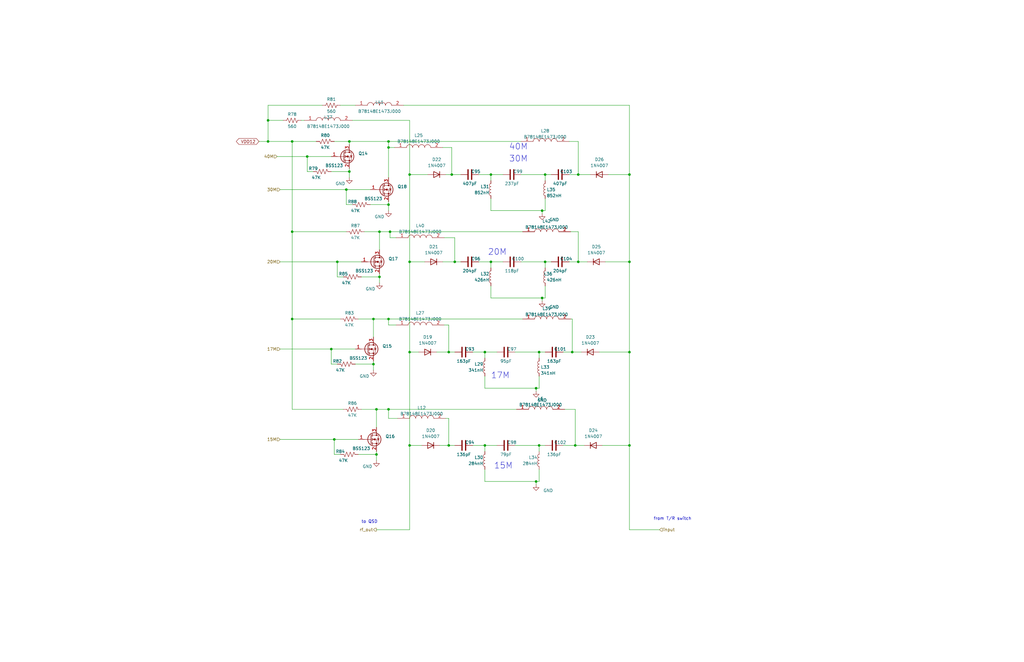
<source format=kicad_sch>
(kicad_sch (version 20230121) (generator eeschema)
  (paper "B")
  (lib_symbols
    (symbol "Device:C" (pin_numbers hide) (pin_names (offset 0.254))
      (property "Reference" "C" (at 0.635 2.54 0))
      (property "Value" "C" (at 0.635 -2.54 0))
      (symbol "C_0_1"
        (polyline (pts (xy -2.032 -0.762) (xy 2.032 -0.762)) (stroke (width 0.508)))
        (polyline (pts (xy -2.032 0.762) (xy 2.032 0.762)) (stroke (width 0.508)))
      )
      (symbol "C_1_1"
        (pin passive line (at 0 3.81 270) (length 2.794) (name "~") (number "1"))
        (pin passive line (at 0 -3.81 90) (length 2.794) (name "~") (number "2"))
      )
    )
    (symbol "Device:L" (pin_numbers hide) (pin_names (offset 1.016) hide)
      (property "Reference" "L" (at -1.27 0 90))
      (property "Value" "L" (at 1.905 0 90))
      (symbol "L_0_1"
        (arc (start 0 -2.54) (mid 0.6323 -1.905) (end 0 -1.27))
        (arc (start 0 -1.27) (mid 0.6323 -0.635) (end 0 0))
        (arc (start 0 0) (mid 0.6323 0.635) (end 0 1.27))
        (arc (start 0 1.27) (mid 0.6323 1.905) (end 0 2.54))
      )
      (symbol "L_1_1"
        (pin passive line (at 0 3.81 270) (length 1.27) (name "1") (number "1"))
        (pin passive line (at 0 -3.81 90) (length 1.27) (name "2") (number "2"))
      )
    )
    (symbol "Device:Q_NMOS_GSD" (pin_names (offset 0) hide)
      (property "Reference" "Q" (at 5.08 1.27 0))
      (property "Value" "Q_NMOS_GSD" (at 5.08 -1.27 0))
      (symbol "Q_NMOS_GSD_0_1"
        (polyline (pts (xy 0.254 0) (xy -2.54 0)))
        (polyline (pts (xy 0.254 1.905) (xy 0.254 -1.905)) (stroke (width 0.254)))
        (polyline (pts (xy 0.762 -1.27) (xy 0.762 -2.286)) (stroke (width 0.254)))
        (polyline (pts (xy 0.762 0.508) (xy 0.762 -0.508)) (stroke (width 0.254)))
        (polyline (pts (xy 0.762 2.286) (xy 0.762 1.27)) (stroke (width 0.254)))
        (polyline (pts (xy 2.54 2.54) (xy 2.54 1.778)))
        (polyline (pts (xy 2.54 -2.54) (xy 2.54 0) (xy 0.762 0)))
        (polyline (pts (xy 0.762 -1.778) (xy 3.302 -1.778) (xy 3.302 1.778) (xy 0.762 1.778)))
        (polyline (pts (xy 1.016 0) (xy 2.032 0.381) (xy 2.032 -0.381) (xy 1.016 0)) (fill (type outline)))
        (polyline (pts (xy 2.794 0.508) (xy 2.921 0.381) (xy 3.683 0.381) (xy 3.81 0.254)))
        (polyline (pts (xy 3.302 0.381) (xy 2.921 -0.254) (xy 3.683 -0.254) (xy 3.302 0.381)))
        (circle (center 1.651 0) (radius 2.794) (stroke (width 0.254)))
        (circle (center 2.54 -1.778) (radius 0.254) (fill (type outline)))
        (circle (center 2.54 1.778) (radius 0.254) (fill (type outline)))
      )
      (symbol "Q_NMOS_GSD_1_1"
        (pin input line (at -5.08 0 0) (length 2.54) (name "G") (number "1"))
        (pin passive line (at 2.54 -5.08 90) (length 2.54) (name "S") (number "2"))
        (pin passive line (at 2.54 5.08 270) (length 2.54) (name "D") (number "3"))
      )
    )
    (symbol "Device:R_US" (pin_numbers hide) (pin_names (offset 0))
      (property "Reference" "R" (at 2.54 0 90))
      (property "Value" "R_US" (at -2.54 0 90))
      (symbol "R_US_0_1"
        (polyline (pts (xy 0 -2.286) (xy 0 -2.54)))
        (polyline (pts (xy 0 2.286) (xy 0 2.54)))
        (polyline (pts (xy 0 -0.762) (xy 1.016 -1.143) (xy 0 -1.524) (xy -1.016 -1.905) (xy 0 -2.286)))
        (polyline (pts (xy 0 0.762) (xy 1.016 0.381) (xy 0 0) (xy -1.016 -0.381) (xy 0 -0.762)))
        (polyline (pts (xy 0 2.286) (xy 1.016 1.905) (xy 0 1.524) (xy -1.016 1.143) (xy 0 0.762)))
      )
      (symbol "R_US_1_1"
        (pin passive line (at 0 3.81 270) (length 1.27) (name "~") (number "1"))
        (pin passive line (at 0 -3.81 90) (length 1.27) (name "~") (number "2"))
      )
    )
    (symbol "Diode:1N4007" (pin_numbers hide) (pin_names hide)
      (property "Reference" "D" (at 0 2.54 0))
      (property "Value" "1N4007" (at 0 -2.54 0))
      (symbol "1N4007_0_1"
        (polyline (pts (xy -1.27 1.27) (xy -1.27 -1.27)) (stroke (width 0.254)))
        (polyline (pts (xy 1.27 0) (xy -1.27 0)))
        (polyline (pts (xy 1.27 1.27) (xy 1.27 -1.27) (xy -1.27 0) (xy 1.27 1.27)) (stroke (width 0.254)))
      )
      (symbol "1N4007_1_1"
        (pin passive line (at -3.81 0 0) (length 2.54) (name "K") (number "1"))
        (pin passive line (at 3.81 0 180) (length 2.54) (name "A") (number "2"))
      )
    )
    (symbol "SamacSys_Parts:B78148E1473J000" (pin_names (offset 0.762))
      (property "Reference" "L" (at 16.51 6.35 0))
      (property "Value" "B78148E1473J000" (at 16.51 3.81 0))
      (symbol "B78148E1473J000_0_0"
        (pin passive line (at 0 0 0) (length 5.08) (name "~") (number "1"))
        (pin passive line (at 20.32 0 180) (length 5.08) (name "~") (number "2"))
      )
      (symbol "B78148E1473J000_0_1"
        (arc (start 7.62 0) (mid 6.35 1.2202) (end 5.08 0) (stroke (width 0.1524)))
        (arc (start 10.16 0) (mid 8.89 1.2202) (end 7.62 0) (stroke (width 0.1524)))
        (arc (start 12.7 0) (mid 11.43 1.2202) (end 10.16 0) (stroke (width 0.1524)))
        (arc (start 15.24 0) (mid 13.97 1.2202) (end 12.7 0) (stroke (width 0.1524)))
      )
    )
    (symbol "power:GND" (power) (pin_names (offset 0))
      (property "Value" "GND" (at 0 -3.81 0))
      (symbol "GND_0_1"
        (polyline (pts (xy 0 0) (xy 0 -1.27) (xy 1.27 -1.27) (xy 0 -2.54) (xy -1.27 -1.27) (xy 0 -1.27)))
      )
      (symbol "GND_1_1"
        (pin power_in line (at 0 0 270) (length 0) hide (name "GND") (number "1"))
      )
    )
  )
  (junction (at 226.06 163.83))
  (junction (at 207.01 110.49))
  (junction (at 191.77 110.49))
  (junction (at 157.48 134.62))
  (junction (at 139.7 147.32))
  (junction (at 207.01 73.66))
  (junction (at 113.03 50.8))
  (junction (at 189.23 187.96))
  (junction (at 265.43 73.66))
  (junction (at 228.6 88.9))
  (junction (at 146.05 80.01))
  (junction (at 172.72 73.66))
  (junction (at 158.75 191.77))
  (junction (at 228.6 125.73))
  (junction (at 243.84 73.66))
  (junction (at 226.06 203.2))
  (junction (at 265.43 187.96))
  (junction (at 204.47 148.59))
  (junction (at 163.83 172.72))
  (junction (at 163.83 134.62))
  (junction (at 142.24 110.49))
  (junction (at 227.33 148.59))
  (junction (at 241.3 148.59))
  (junction (at 172.72 187.96))
  (junction (at 123.19 97.79))
  (junction (at 163.83 62.23))
  (junction (at 163.83 86.36))
  (junction (at 123.19 134.62))
  (junction (at 265.43 148.59))
  (junction (at 243.84 110.49))
  (junction (at 163.83 59.69))
  (junction (at 147.32 72.39))
  (junction (at 229.87 73.66))
  (junction (at 229.87 110.49))
  (junction (at 242.57 187.96))
  (junction (at 140.97 185.42))
  (junction (at 189.23 148.59))
  (junction (at 113.03 59.69))
  (junction (at 265.43 110.49))
  (junction (at 227.33 187.96))
  (junction (at 123.19 59.69))
  (junction (at 158.75 172.72))
  (junction (at 160.02 97.79))
  (junction (at 164.465 97.79))
  (junction (at 160.02 116.84))
  (junction (at 190.5 73.66))
  (junction (at 172.72 110.49))
  (junction (at 157.48 153.67))
  (junction (at 204.47 187.96))
  (junction (at 147.32 59.69))
  (junction (at 129.54 66.04))
  (junction (at 172.72 148.59))
  (wire (pts (xy 184.15 148.59) (xy 189.23 148.59)))
  (wire (pts (xy 243.84 59.69) (xy 243.84 73.66)))
  (wire (pts (xy 242.57 187.96) (xy 246.38 187.96)))
  (wire (pts (xy 129.54 66.04) (xy 139.7 66.04)))
  (wire (pts (xy 190.5 62.23) (xy 186.69 62.23)))
  (wire (pts (xy 243.84 97.79) (xy 243.84 110.49)))
  (wire (pts (xy 187.325 137.16) (xy 189.23 137.16)))
  (wire (pts (xy 240.665 97.79) (xy 243.84 97.79)))
  (wire (pts (xy 187.325 100.33) (xy 191.77 100.33)))
  (wire (pts (xy 158.75 172.72) (xy 152.4 172.72)))
  (wire (pts (xy 123.19 97.79) (xy 123.19 59.69)))
  (wire (pts (xy 160.02 116.84) (xy 152.4 116.84)))
  (wire (pts (xy 226.06 203.2) (xy 226.06 204.47)))
  (wire (pts (xy 229.87 110.49) (xy 229.87 113.03)))
  (wire (pts (xy 207.01 110.49) (xy 212.09 110.49)))
  (wire (pts (xy 241.3 134.62) (xy 241.3 148.59)))
  (wire (pts (xy 160.02 97.79) (xy 153.67 97.79)))
  (wire (pts (xy 241.3 148.59) (xy 245.11 148.59)))
  (wire (pts (xy 167.005 100.33) (xy 164.465 100.33)))
  (wire (pts (xy 191.77 100.33) (xy 191.77 110.49)))
  (wire (pts (xy 118.11 185.42) (xy 140.97 185.42)))
  (wire (pts (xy 226.06 203.2) (xy 227.33 203.2)))
  (wire (pts (xy 142.24 116.84) (xy 142.24 110.49)))
  (wire (pts (xy 255.27 110.49) (xy 265.43 110.49)))
  (wire (pts (xy 243.84 59.69) (xy 240.03 59.69)))
  (wire (pts (xy 113.03 44.45) (xy 135.89 44.45)))
  (wire (pts (xy 219.71 110.49) (xy 229.87 110.49)))
  (wire (pts (xy 207.01 110.49) (xy 207.01 113.03)))
  (wire (pts (xy 109.22 59.69) (xy 113.03 59.69)))
  (wire (pts (xy 164.465 97.79) (xy 220.345 97.79)))
  (wire (pts (xy 228.6 88.9) (xy 229.87 88.9)))
  (wire (pts (xy 207.01 73.66) (xy 212.09 73.66)))
  (wire (pts (xy 265.43 148.59) (xy 265.43 187.96)))
  (wire (pts (xy 229.87 110.49) (xy 232.41 110.49)))
  (wire (pts (xy 163.83 134.62) (xy 163.83 137.16)))
  (wire (pts (xy 158.75 180.34) (xy 158.75 172.72)))
  (wire (pts (xy 227.33 148.59) (xy 227.33 151.13)))
  (wire (pts (xy 123.19 134.62) (xy 143.51 134.62)))
  (wire (pts (xy 226.06 163.83) (xy 227.33 163.83)))
  (wire (pts (xy 199.39 148.59) (xy 204.47 148.59)))
  (wire (pts (xy 243.84 73.66) (xy 248.92 73.66)))
  (wire (pts (xy 163.83 172.72) (xy 217.805 172.72)))
  (wire (pts (xy 265.43 187.96) (xy 265.43 223.52)))
  (wire (pts (xy 158.75 223.52) (xy 172.72 223.52)))
  (wire (pts (xy 142.24 110.49) (xy 152.4 110.49)))
  (wire (pts (xy 172.72 187.96) (xy 172.72 223.52)))
  (wire (pts (xy 227.33 198.12) (xy 227.33 203.2)))
  (wire (pts (xy 207.01 88.9) (xy 228.6 88.9)))
  (wire (pts (xy 158.75 190.5) (xy 158.75 191.77)))
  (wire (pts (xy 123.19 97.79) (xy 146.05 97.79)))
  (wire (pts (xy 172.72 110.49) (xy 172.72 148.59)))
  (wire (pts (xy 157.48 134.62) (xy 151.13 134.62)))
  (wire (pts (xy 118.11 80.01) (xy 146.05 80.01)))
  (wire (pts (xy 147.32 60.96) (xy 147.32 59.69)))
  (wire (pts (xy 229.87 83.82) (xy 229.87 88.9)))
  (wire (pts (xy 229.87 120.65) (xy 229.87 125.73)))
  (wire (pts (xy 199.39 187.96) (xy 204.47 187.96)))
  (wire (pts (xy 147.32 59.69) (xy 140.97 59.69)))
  (wire (pts (xy 265.43 73.66) (xy 265.43 110.49)))
  (wire (pts (xy 243.84 110.49) (xy 247.65 110.49)))
  (wire (pts (xy 158.75 191.77) (xy 151.13 191.77)))
  (wire (pts (xy 148.59 86.36) (xy 146.05 86.36)))
  (wire (pts (xy 219.71 73.66) (xy 229.87 73.66)))
  (wire (pts (xy 147.32 59.69) (xy 163.83 59.69)))
  (wire (pts (xy 207.01 125.73) (xy 228.6 125.73)))
  (wire (pts (xy 187.96 73.66) (xy 190.5 73.66)))
  (wire (pts (xy 157.48 153.67) (xy 149.86 153.67)))
  (wire (pts (xy 265.43 223.52) (xy 278.13 223.52)))
  (wire (pts (xy 204.47 198.12) (xy 204.47 203.2)))
  (wire (pts (xy 170.18 44.45) (xy 265.43 44.45)))
  (wire (pts (xy 157.48 142.24) (xy 157.48 134.62)))
  (wire (pts (xy 227.33 187.96) (xy 229.87 187.96)))
  (wire (pts (xy 226.06 163.83) (xy 226.06 165.1)))
  (wire (pts (xy 123.19 59.69) (xy 133.35 59.69)))
  (wire (pts (xy 187.96 176.53) (xy 189.23 176.53)))
  (wire (pts (xy 201.93 73.66) (xy 207.01 73.66)))
  (wire (pts (xy 113.03 44.45) (xy 113.03 50.8)))
  (wire (pts (xy 172.72 148.59) (xy 176.53 148.59)))
  (wire (pts (xy 143.51 44.45) (xy 149.86 44.45)))
  (wire (pts (xy 191.77 110.49) (xy 194.31 110.49)))
  (wire (pts (xy 139.7 147.32) (xy 149.86 147.32)))
  (wire (pts (xy 163.83 85.09) (xy 163.83 86.36)))
  (wire (pts (xy 118.11 147.32) (xy 139.7 147.32)))
  (wire (pts (xy 228.6 125.73) (xy 229.87 125.73)))
  (wire (pts (xy 189.23 176.53) (xy 189.23 187.96)))
  (wire (pts (xy 163.83 62.23) (xy 166.37 62.23)))
  (wire (pts (xy 139.7 153.67) (xy 139.7 147.32)))
  (wire (pts (xy 237.49 187.96) (xy 242.57 187.96)))
  (wire (pts (xy 201.93 110.49) (xy 207.01 110.49)))
  (wire (pts (xy 147.32 72.39) (xy 147.32 74.93)))
  (wire (pts (xy 240.03 110.49) (xy 243.84 110.49)))
  (wire (pts (xy 158.75 191.77) (xy 158.75 194.31)))
  (wire (pts (xy 144.78 116.84) (xy 142.24 116.84)))
  (wire (pts (xy 190.5 62.23) (xy 190.5 73.66)))
  (wire (pts (xy 127 50.8) (xy 128.27 50.8)))
  (wire (pts (xy 172.72 187.96) (xy 177.8 187.96)))
  (wire (pts (xy 129.54 72.39) (xy 129.54 66.04)))
  (wire (pts (xy 140.97 185.42) (xy 151.13 185.42)))
  (wire (pts (xy 160.02 116.84) (xy 160.02 119.38)))
  (wire (pts (xy 160.02 105.41) (xy 160.02 97.79)))
  (wire (pts (xy 217.17 187.96) (xy 227.33 187.96)))
  (wire (pts (xy 189.23 137.16) (xy 189.23 148.59)))
  (wire (pts (xy 265.43 44.45) (xy 265.43 73.66)))
  (wire (pts (xy 132.08 72.39) (xy 129.54 72.39)))
  (wire (pts (xy 113.03 50.8) (xy 113.03 59.69)))
  (wire (pts (xy 118.11 110.49) (xy 142.24 110.49)))
  (wire (pts (xy 158.75 172.72) (xy 163.83 172.72)))
  (wire (pts (xy 172.72 110.49) (xy 179.07 110.49)))
  (wire (pts (xy 172.72 73.66) (xy 172.72 110.49)))
  (wire (pts (xy 163.83 176.53) (xy 163.83 172.72)))
  (wire (pts (xy 163.83 59.69) (xy 219.71 59.69)))
  (wire (pts (xy 256.54 73.66) (xy 265.43 73.66)))
  (wire (pts (xy 189.23 148.59) (xy 191.77 148.59)))
  (wire (pts (xy 113.03 59.69) (xy 123.19 59.69)))
  (wire (pts (xy 204.47 187.96) (xy 209.55 187.96)))
  (wire (pts (xy 204.47 163.83) (xy 226.06 163.83)))
  (wire (pts (xy 189.23 187.96) (xy 191.77 187.96)))
  (wire (pts (xy 167.64 176.53) (xy 163.83 176.53)))
  (wire (pts (xy 167.005 137.16) (xy 163.83 137.16)))
  (wire (pts (xy 116.84 66.04) (xy 129.54 66.04)))
  (wire (pts (xy 237.49 148.59) (xy 241.3 148.59)))
  (wire (pts (xy 207.01 83.82) (xy 207.01 88.9)))
  (wire (pts (xy 148.59 50.8) (xy 172.72 50.8)))
  (wire (pts (xy 157.48 134.62) (xy 163.83 134.62)))
  (wire (pts (xy 229.87 73.66) (xy 232.41 73.66)))
  (wire (pts (xy 204.47 148.59) (xy 209.55 148.59)))
  (wire (pts (xy 160.02 115.57) (xy 160.02 116.84)))
  (wire (pts (xy 142.24 153.67) (xy 139.7 153.67)))
  (wire (pts (xy 227.33 158.75) (xy 227.33 163.83)))
  (wire (pts (xy 163.83 86.36) (xy 163.83 88.9)))
  (wire (pts (xy 147.32 71.12) (xy 147.32 72.39)))
  (wire (pts (xy 163.83 62.23) (xy 163.83 59.69)))
  (wire (pts (xy 172.72 50.8) (xy 172.72 73.66)))
  (wire (pts (xy 204.47 203.2) (xy 226.06 203.2)))
  (wire (pts (xy 240.665 134.62) (xy 241.3 134.62)))
  (wire (pts (xy 207.01 120.65) (xy 207.01 125.73)))
  (wire (pts (xy 242.57 172.72) (xy 238.125 172.72)))
  (wire (pts (xy 265.43 187.96) (xy 254 187.96)))
  (wire (pts (xy 123.19 172.72) (xy 144.78 172.72)))
  (wire (pts (xy 227.33 148.59) (xy 229.87 148.59)))
  (wire (pts (xy 157.48 153.67) (xy 157.48 156.21)))
  (wire (pts (xy 265.43 110.49) (xy 265.43 148.59)))
  (wire (pts (xy 217.17 148.59) (xy 227.33 148.59)))
  (wire (pts (xy 160.02 97.79) (xy 164.465 97.79)))
  (wire (pts (xy 140.97 191.77) (xy 140.97 185.42)))
  (wire (pts (xy 163.83 74.93) (xy 163.83 62.23)))
  (wire (pts (xy 190.5 73.66) (xy 194.31 73.66)))
  (wire (pts (xy 185.42 187.96) (xy 189.23 187.96)))
  (wire (pts (xy 228.6 125.73) (xy 228.6 127)))
  (wire (pts (xy 204.47 148.59) (xy 204.47 151.13)))
  (wire (pts (xy 207.01 73.66) (xy 207.01 76.2)))
  (wire (pts (xy 143.51 191.77) (xy 140.97 191.77)))
  (wire (pts (xy 146.05 80.01) (xy 156.21 80.01)))
  (wire (pts (xy 227.33 187.96) (xy 227.33 190.5)))
  (wire (pts (xy 113.03 50.8) (xy 119.38 50.8)))
  (wire (pts (xy 228.6 88.9) (xy 228.6 90.17)))
  (wire (pts (xy 242.57 172.72) (xy 242.57 187.96)))
  (wire (pts (xy 163.83 134.62) (xy 220.345 134.62)))
  (wire (pts (xy 164.465 100.33) (xy 164.465 97.79)))
  (wire (pts (xy 204.47 187.96) (xy 204.47 190.5)))
  (wire (pts (xy 252.73 148.59) (xy 265.43 148.59)))
  (wire (pts (xy 204.47 158.75) (xy 204.47 163.83)))
  (wire (pts (xy 157.48 152.4) (xy 157.48 153.67)))
  (wire (pts (xy 163.83 86.36) (xy 156.21 86.36)))
  (wire (pts (xy 123.19 172.72) (xy 123.19 134.62)))
  (wire (pts (xy 240.03 73.66) (xy 243.84 73.66)))
  (wire (pts (xy 186.69 110.49) (xy 191.77 110.49)))
  (wire (pts (xy 229.87 73.66) (xy 229.87 76.2)))
  (wire (pts (xy 172.72 148.59) (xy 172.72 187.96)))
  (wire (pts (xy 147.32 72.39) (xy 139.7 72.39)))
  (wire (pts (xy 146.05 86.36) (xy 146.05 80.01)))
  (wire (pts (xy 123.19 134.62) (xy 123.19 97.79)))
  (wire (pts (xy 180.34 73.66) (xy 172.72 73.66)))
  (text "20M" (at 205.74 107.95 0) (effects (font (size 2.54 2.54)) (justify left bottom)))
  (text "15M" (at 208.28 198.12 0) (effects (font (size 2.54 2.54)) (justify left bottom)))
  (text "to QSD" (at 152.4 220.98 0) (effects (font (size 1.27 1.27)) (justify left bottom)))
  (text "from T/R switch" (at 275.59 219.71 0) (effects (font (size 1.27 1.27)) (justify left bottom)))
  (text "17M" (at 207.01 160.02 0) (effects (font (size 2.54 2.54)) (justify left bottom)))
  (text "30M" (at 214.63 68.58 0) (effects (font (size 2.54 2.54)) (justify left bottom)))
  (text "40M" (at 214.63 63.5 0) (effects (font (size 2.54 2.54)) (justify left bottom)))
  (global_label "VDD12" (shape bidirectional) (at 109.22 59.69 180) (property "Intersheetrefs" "${INTERSHEET_REFS}" (at 99.0759 59.69 0) (effects (justify right))))
  (hierarchical_label "20M" (shape input) (at 118.11 110.49 180))
  (hierarchical_label "15M" (shape input) (at 118.11 185.42 180))
  (hierarchical_label "30M" (shape input) (at 118.11 80.01 180))
  (hierarchical_label "input" (shape input) (at 278.13 223.52 0))
  (hierarchical_label "17M" (shape input) (at 118.11 147.32 180))
  (hierarchical_label "40M" (shape input) (at 116.84 66.04 180))
  (hierarchical_label "rf_out" (shape output) (at 158.75 223.52 180))
  (symbol (lib_id "SamacSys_Parts:B78148E1473J000") (at 219.71 59.69 0) (unit 1)
    (property "Reference" "L28" (at 229.87 55.245 0))
    (property "Value" "B78148E1473J000" (at 229.87 57.785 0))
    (property "Footprint" "B78148E" (effects hide))
    (property "Datasheet" "https://product.tdk.com/system/files/dam/doc/product/inductor/inductor/lead/data_sheet/30/ds/b78108_148e.pdf" (effects hide))
    (property "Description" "Leaded Inductors (Leaded Coils), L=47uH  Rated Current=0.95A, Radial DxL:4mmx9.5mm" (effects hide))
    (property "Mouser Part Number" "871-B78148E1473J000" (effects hide))
    (property "Mouser Price/Stock" "https://www.mouser.co.uk/ProductDetail/EPCOS-TDK/B78148E1473J000?qs=eVuN9SfsQ7TbgaB2%2F8UGtw%3D%3D" (effects hide))
    (property "Manufacturer_Name" "TDK" (effects hide))
    (property "Manufacturer_Part_Number" "B78148E1473J000" (effects hide))
  )
  (symbol (lib_id "Device:R_US") (at 148.59 172.72 270) (mirror x) (unit 1)
    (property "Reference" "R86" (at 148.59 170.18 90))
    (property "Value" "47K" (at 148.59 175.26 90))
    (property "Footprint" "Resistor_SMD:R_0603_1608Metric_Pad0.98x0.95mm_HandSolder" (effects hide))
  )
  (symbol (lib_id "power:GND") (at 158.75 194.31 0) (mirror y) (unit 1)
    (property "Reference" "#PWR030" (effects hide))
    (property "Value" "GND" (at 154.94 196.85 0))
  )
  (symbol (lib_id "Device:L") (at 207.01 80.01 0) (mirror y) (unit 1)
    (property "Reference" "L31" (at 204.47 78.74 0))
    (property "Value" "852nH" (at 203.2 81.28 0))
    (property "Footprint" "Inductor_THT:L_Toroid_Vertical_L13.0mm_W6.5mm_P5.60mm" (effects hide))
    (instances (project "fieldRadio_1.2" (path "" (reference "L31") (unit 1))) (project "" (path "" (reference "L1") (unit 1))))
  )
  (symbol (lib_id "Device:Q_NMOS_GSD") (at 154.94 147.32 0) (unit 1)
    (property "Reference" "Q15" (at 161.29 146.05 0) (effects (justify left)))
    (property "Value" "BSS123" (at 147.32 151.13 0) (effects (justify left)))
    (property "Footprint" "Package_TO_SOT_SMD:SOT-23-3" (effects hide))
  )
  (symbol (lib_id "Diode:1N4007") (at 182.88 110.49 180) (unit 1)
    (property "Reference" "D21" (at 182.88 104.14 0))
    (property "Value" "1N4007" (at 182.88 106.68 0))
    (property "Footprint" "Diode_THT:D_DO-41_SOD81_P10.16mm_Horizontal" (effects hide))
    (property "Datasheet" "http://www.vishay.com/docs/88503/1n4001.pdf" (effects hide))
    (property "Sim.Device" "D" (effects hide))
    (property "Sim.Pins" "1=K 2=A" (effects hide))
  )
  (symbol (lib_id "Diode:1N4007") (at 250.19 187.96 0) (unit 1)
    (property "Reference" "D24" (at 250.19 181.61 0))
    (property "Value" "1N4007" (at 250.19 184.15 0))
    (property "Footprint" "Diode_THT:D_DO-41_SOD81_P10.16mm_Horizontal" (effects hide))
    (property "Datasheet" "http://www.vishay.com/docs/88503/1n4001.pdf" (effects hide))
    (property "Sim.Device" "D" (effects hide))
    (property "Sim.Pins" "1=K 2=A" (effects hide))
  )
  (symbol (lib_id "Device:Q_NMOS_GSD") (at 157.48 110.49 0) (unit 1)
    (property "Reference" "Q17" (at 163.83 109.22 0) (effects (justify left)))
    (property "Value" "BSS123" (at 149.86 114.3 0) (effects (justify left)))
    (property "Footprint" "Package_TO_SOT_SMD:SOT-23-3" (effects hide))
  )
  (symbol (lib_id "Device:C") (at 236.22 110.49 270) (mirror x) (unit 1)
    (property "Reference" "C104" (at 238.76 109.22 90))
    (property "Value" "204pF" (at 236.22 114.3 90))
    (property "Footprint" "Capacitor_SMD:C_0805_2012Metric_Pad1.18x1.45mm_HandSolder" (effects hide))
    (instances (project "fieldRadio_1.2" (path "" (reference "C104") (unit 1))) (project "" (path "" (reference "C8") (unit 1))))
  )
  (symbol (lib_id "SamacSys_Parts:B78148E1473J000") (at 128.27 50.8 0) (unit 1)
    (property "Reference" "L37" (at 138.43 49.53 0))
    (property "Value" "B78148E1473J000" (at 138.43 53.34 0))
    (property "Footprint" "B78148E" (effects hide))
    (property "Datasheet" "https://product.tdk.com/system/files/dam/doc/product/inductor/inductor/lead/data_sheet/30/ds/b78108_148e.pdf" (effects hide))
    (property "Description" "Leaded Inductors (Leaded Coils), L=47uH  Rated Current=0.95A, Radial DxL:4mmx9.5mm" (effects hide))
    (property "Mouser Part Number" "871-B78148E1473J000" (effects hide))
    (property "Mouser Price/Stock" "https://www.mouser.co.uk/ProductDetail/EPCOS-TDK/B78148E1473J000?qs=eVuN9SfsQ7TbgaB2%2F8UGtw%3D%3D" (effects hide))
    (property "Manufacturer_Name" "TDK" (effects hide))
    (property "Manufacturer_Part_Number" "B78148E1473J000" (effects hide))
  )
  (symbol (lib_id "Device:C") (at 213.36 148.59 270) (mirror x) (unit 1)
    (property "Reference" "C97" (at 215.9 147.32 90))
    (property "Value" "95pF" (at 213.36 152.4 90))
    (property "Footprint" "Capacitor_SMD:C_0805_2012Metric_Pad1.18x1.45mm_HandSolder" (effects hide))
    (instances (project "fieldRadio_1.2" (path "" (reference "C97") (unit 1))) (project "" (path "" (reference "C15") (unit 1))))
  )
  (symbol (lib_id "SamacSys_Parts:B78148E1473J000") (at 167.64 176.53 0) (unit 1)
    (property "Reference" "L12" (at 177.8 172.085 0))
    (property "Value" "B78148E1473J000" (at 177.8 174.625 0))
    (property "Footprint" "B78148E" (effects hide))
    (property "Datasheet" "https://product.tdk.com/system/files/dam/doc/product/inductor/inductor/lead/data_sheet/30/ds/b78108_148e.pdf" (effects hide))
    (property "Description" "Leaded Inductors (Leaded Coils), L=47uH  Rated Current=0.95A, Radial DxL:4mmx9.5mm" (effects hide))
    (property "Mouser Part Number" "871-B78148E1473J000" (effects hide))
    (property "Mouser Price/Stock" "https://www.mouser.co.uk/ProductDetail/EPCOS-TDK/B78148E1473J000?qs=eVuN9SfsQ7TbgaB2%2F8UGtw%3D%3D" (effects hide))
    (property "Manufacturer_Name" "TDK" (effects hide))
    (property "Manufacturer_Part_Number" "B78148E1473J000" (effects hide))
  )
  (symbol (lib_id "Device:C") (at 215.9 110.49 270) (mirror x) (unit 1)
    (property "Reference" "C100" (at 218.44 109.22 90))
    (property "Value" "118pF" (at 215.9 114.3 90))
    (property "Footprint" "Capacitor_SMD:C_0805_2012Metric_Pad1.18x1.45mm_HandSolder" (effects hide))
    (instances (project "fieldRadio_1.2" (path "" (reference "C100") (unit 1))) (project "" (path "" (reference "C6") (unit 1))))
  )
  (symbol (lib_id "power:GND") (at 228.6 127 0) (mirror y) (unit 1)
    (property "Reference" "#PWR036" (effects hide))
    (property "Value" "GND" (at 233.68 129.54 0))
    (instances (project "fieldRadio_1.2" (path "" (reference "#PWR036") (unit 1))) (project "" (path "" (reference "#PWR03") (unit 1))))
  )
  (symbol (lib_id "Diode:1N4007") (at 251.46 110.49 0) (unit 1)
    (property "Reference" "D25" (at 251.46 104.14 0))
    (property "Value" "1N4007" (at 251.46 106.68 0))
    (property "Footprint" "Diode_THT:D_DO-41_SOD81_P10.16mm_Horizontal" (effects hide))
    (property "Datasheet" "http://www.vishay.com/docs/88503/1n4001.pdf" (effects hide))
    (property "Sim.Device" "D" (effects hide))
    (property "Sim.Pins" "1=K 2=A" (effects hide))
  )
  (symbol (lib_id "Device:L") (at 227.33 154.94 0) (mirror y) (unit 1)
    (property "Reference" "L33" (at 229.87 154.94 0))
    (property "Value" "341nH" (at 231.14 157.48 0))
    (property "Footprint" "Inductor_THT:L_Toroid_Vertical_L13.0mm_W6.5mm_P5.60mm" (effects hide))
    (instances (project "fieldRadio_1.2" (path "" (reference "L33") (unit 1))) (project "" (path "" (reference "L8") (unit 1))))
  )
  (symbol (lib_id "SamacSys_Parts:B78148E1473J000") (at 167.005 100.33 0) (unit 1)
    (property "Reference" "L40" (at 177.165 95.25 0))
    (property "Value" "B78148E1473J000" (at 177.165 97.79 0))
    (property "Footprint" "B78148E" (effects hide))
    (property "Datasheet" "https://product.tdk.com/system/files/dam/doc/product/inductor/inductor/lead/data_sheet/30/ds/b78108_148e.pdf" (effects hide))
    (property "Description" "Leaded Inductors (Leaded Coils), L=47uH  Rated Current=0.95A, Radial DxL:4mmx9.5mm" (effects hide))
    (property "Mouser Part Number" "871-B78148E1473J000" (effects hide))
    (property "Mouser Price/Stock" "https://www.mouser.co.uk/ProductDetail/EPCOS-TDK/B78148E1473J000?qs=eVuN9SfsQ7TbgaB2%2F8UGtw%3D%3D" (effects hide))
    (property "Manufacturer_Name" "TDK" (effects hide))
    (property "Manufacturer_Part_Number" "B78148E1473J000" (effects hide))
  )
  (symbol (lib_id "Device:C") (at 195.58 187.96 270) (mirror x) (unit 1)
    (property "Reference" "C94" (at 198.12 186.69 90))
    (property "Value" "136pF" (at 195.58 191.77 90))
    (property "Footprint" "Capacitor_SMD:C_0805_2012Metric_Pad1.18x1.45mm_HandSolder" (effects hide))
    (instances (project "fieldRadio_1.2" (path "" (reference "C94") (unit 1))) (project "" (path "" (reference "C12") (unit 1))))
  )
  (symbol (lib_id "Device:C") (at 198.12 110.49 270) (mirror x) (unit 1)
    (property "Reference" "C96" (at 200.66 109.22 90))
    (property "Value" "204pF" (at 198.12 114.3 90))
    (property "Footprint" "Capacitor_SMD:C_0805_2012Metric_Pad1.18x1.45mm_HandSolder" (effects hide))
    (instances (project "fieldRadio_1.2" (path "" (reference "C96") (unit 1))) (project "" (path "" (reference "C4") (unit 1))))
  )
  (symbol (lib_id "Device:L") (at 229.87 116.84 0) (mirror y) (unit 1)
    (property "Reference" "L36" (at 231.14 115.57 0))
    (property "Value" "426nH" (at 233.68 118.11 0))
    (property "Footprint" "Inductor_THT:L_Toroid_Vertical_L13.0mm_W6.5mm_P5.60mm" (effects hide))
    (instances (project "fieldRadio_1.2" (path "" (reference "L36") (unit 1))) (project "" (path "" (reference "L4") (unit 1))))
  )
  (symbol (lib_id "Device:R_US") (at 152.4 86.36 270) (mirror x) (unit 1)
    (property "Reference" "R88" (at 148.59 85.09 90))
    (property "Value" "47K" (at 149.86 88.9 90))
    (property "Footprint" "Resistor_SMD:R_0603_1608Metric_Pad0.98x0.95mm_HandSolder" (effects hide))
  )
  (symbol (lib_id "Device:C") (at 195.58 148.59 270) (mirror x) (unit 1)
    (property "Reference" "C93" (at 198.12 147.32 90))
    (property "Value" "163pF" (at 195.58 152.4 90))
    (property "Footprint" "Capacitor_SMD:C_0805_2012Metric_Pad1.18x1.45mm_HandSolder" (effects hide))
    (instances (project "fieldRadio_1.2" (path "" (reference "C93") (unit 1))) (project "" (path "" (reference "C13") (unit 1))))
  )
  (symbol (lib_id "power:GND") (at 163.83 88.9 0) (mirror y) (unit 1)
    (property "Reference" "#PWR032" (effects hide))
    (property "Value" "GND" (at 160.02 91.44 0))
  )
  (symbol (lib_id "Device:C") (at 213.36 187.96 270) (mirror x) (unit 1)
    (property "Reference" "C98" (at 215.9 186.69 90))
    (property "Value" "79pF" (at 213.36 191.77 90))
    (property "Footprint" "Capacitor_SMD:C_0805_2012Metric_Pad1.18x1.45mm_HandSolder" (effects hide))
    (instances (project "fieldRadio_1.2" (path "" (reference "C98") (unit 1))) (project "" (path "" (reference "C14") (unit 1))))
  )
  (symbol (lib_id "Device:L") (at 229.87 80.01 0) (mirror y) (unit 1)
    (property "Reference" "L35" (at 232.41 80.01 0))
    (property "Value" "852nH" (at 233.68 82.55 0))
    (property "Footprint" "Inductor_THT:L_Toroid_Vertical_L13.0mm_W6.5mm_P5.60mm" (effects hide))
    (instances (project "fieldRadio_1.2" (path "" (reference "L35") (unit 1))) (project "" (path "" (reference "L3") (unit 1))))
  )
  (symbol (lib_id "Diode:1N4007") (at 252.73 73.66 0) (unit 1)
    (property "Reference" "D26" (at 252.73 67.31 0))
    (property "Value" "1N4007" (at 252.73 69.85 0))
    (property "Footprint" "Diode_THT:D_DO-41_SOD81_P10.16mm_Horizontal" (effects hide))
    (property "Datasheet" "http://www.vishay.com/docs/88503/1n4001.pdf" (effects hide))
    (property "Sim.Device" "D" (effects hide))
    (property "Sim.Pins" "1=K 2=A" (effects hide))
  )
  (symbol (lib_id "Diode:1N4007") (at 184.15 73.66 180) (unit 1)
    (property "Reference" "D22" (at 184.15 67.31 0))
    (property "Value" "1N4007" (at 184.15 69.85 0))
    (property "Footprint" "Diode_THT:D_DO-41_SOD81_P10.16mm_Horizontal" (effects hide))
    (property "Datasheet" "http://www.vishay.com/docs/88503/1n4001.pdf" (effects hide))
    (property "Sim.Device" "D" (effects hide))
    (property "Sim.Pins" "1=K 2=A" (effects hide))
  )
  (symbol (lib_id "Device:L") (at 204.47 154.94 0) (mirror y) (unit 1)
    (property "Reference" "L29" (at 201.93 153.67 0))
    (property "Value" "341nH" (at 200.66 156.21 0))
    (property "Footprint" "Inductor_THT:L_Toroid_Vertical_L13.0mm_W6.5mm_P5.60mm" (effects hide))
    (instances (project "fieldRadio_1.2" (path "" (reference "L29") (unit 1))) (project "" (path "" (reference "L6") (unit 1))))
  )
  (symbol (lib_id "SamacSys_Parts:B78148E1473J000") (at 220.345 97.79 0) (unit 1)
    (property "Reference" "L42" (at 230.505 93.345 0))
    (property "Value" "B78148E1473J000" (at 230.505 95.885 0))
    (property "Footprint" "B78148E" (effects hide))
    (property "Datasheet" "https://product.tdk.com/system/files/dam/doc/product/inductor/inductor/lead/data_sheet/30/ds/b78108_148e.pdf" (effects hide))
    (property "Description" "Leaded Inductors (Leaded Coils), L=47uH  Rated Current=0.95A, Radial DxL:4mmx9.5mm" (effects hide))
    (property "Mouser Part Number" "871-B78148E1473J000" (effects hide))
    (property "Mouser Price/Stock" "https://www.mouser.co.uk/ProductDetail/EPCOS-TDK/B78148E1473J000?qs=eVuN9SfsQ7TbgaB2%2F8UGtw%3D%3D" (effects hide))
    (property "Manufacturer_Name" "TDK" (effects hide))
    (property "Manufacturer_Part_Number" "B78148E1473J000" (effects hide))
  )
  (symbol (lib_id "Diode:1N4007") (at 181.61 187.96 180) (unit 1)
    (property "Reference" "D20" (at 181.61 181.61 0))
    (property "Value" "1N4007" (at 181.61 184.15 0))
    (property "Footprint" "Diode_THT:D_DO-41_SOD81_P10.16mm_Horizontal" (effects hide))
    (property "Datasheet" "http://www.vishay.com/docs/88503/1n4001.pdf" (effects hide))
    (property "Sim.Device" "D" (effects hide))
    (property "Sim.Pins" "1=K 2=A" (effects hide))
  )
  (symbol (lib_id "power:GND") (at 157.48 156.21 0) (mirror y) (unit 1)
    (property "Reference" "#PWR029" (effects hide))
    (property "Value" "GND" (at 153.67 158.75 0))
  )
  (symbol (lib_id "SamacSys_Parts:B78148E1473J000") (at 166.37 62.23 0) (unit 1)
    (property "Reference" "L25" (at 176.53 57.15 0))
    (property "Value" "B78148E1473J000" (at 176.53 59.69 0))
    (property "Footprint" "B78148E" (effects hide))
    (property "Datasheet" "https://product.tdk.com/system/files/dam/doc/product/inductor/inductor/lead/data_sheet/30/ds/b78108_148e.pdf" (effects hide))
    (property "Description" "Leaded Inductors (Leaded Coils), L=47uH  Rated Current=0.95A, Radial DxL:4mmx9.5mm" (effects hide))
    (property "Mouser Part Number" "871-B78148E1473J000" (effects hide))
    (property "Mouser Price/Stock" "https://www.mouser.co.uk/ProductDetail/EPCOS-TDK/B78148E1473J000?qs=eVuN9SfsQ7TbgaB2%2F8UGtw%3D%3D" (effects hide))
    (property "Manufacturer_Name" "TDK" (effects hide))
    (property "Manufacturer_Part_Number" "B78148E1473J000" (effects hide))
  )
  (symbol (lib_id "power:GND") (at 226.06 165.1 0) (mirror y) (unit 1)
    (property "Reference" "#PWR033" (effects hide))
    (property "Value" "GND" (at 228.6 168.91 0))
    (instances (project "fieldRadio_1.2" (path "" (reference "#PWR033") (unit 1))) (project "" (path "" (reference "#PWR06") (unit 1))))
  )
  (symbol (lib_id "power:GND") (at 226.06 204.47 0) (mirror y) (unit 1)
    (property "Reference" "#PWR034" (effects hide))
    (property "Value" "GND" (at 231.14 207.01 0))
    (instances (project "fieldRadio_1.2" (path "" (reference "#PWR034") (unit 1))) (project "" (path "" (reference "#PWR05") (unit 1))))
  )
  (symbol (lib_id "Device:R_US") (at 147.32 134.62 270) (mirror x) (unit 1)
    (property "Reference" "R83" (at 147.32 132.08 90))
    (property "Value" "47K" (at 147.32 137.16 90))
    (property "Footprint" "Resistor_SMD:R_0603_1608Metric_Pad0.98x0.95mm_HandSolder" (effects hide))
  )
  (symbol (lib_id "SamacSys_Parts:B78148E1473J000") (at 149.86 44.45 0) (unit 1)
    (property "Reference" "L41" (at 160.02 43.18 0))
    (property "Value" "B78148E1473J000" (at 160.02 46.99 0))
    (property "Footprint" "B78148E" (effects hide))
    (property "Datasheet" "https://product.tdk.com/system/files/dam/doc/product/inductor/inductor/lead/data_sheet/30/ds/b78108_148e.pdf" (effects hide))
    (property "Description" "Leaded Inductors (Leaded Coils), L=47uH  Rated Current=0.95A, Radial DxL:4mmx9.5mm" (effects hide))
    (property "Mouser Part Number" "871-B78148E1473J000" (effects hide))
    (property "Mouser Price/Stock" "https://www.mouser.co.uk/ProductDetail/EPCOS-TDK/B78148E1473J000?qs=eVuN9SfsQ7TbgaB2%2F8UGtw%3D%3D" (effects hide))
    (property "Manufacturer_Name" "TDK" (effects hide))
    (property "Manufacturer_Part_Number" "B78148E1473J000" (effects hide))
  )
  (symbol (lib_id "SamacSys_Parts:B78148E1473J000") (at 167.005 137.16 0) (unit 1)
    (property "Reference" "L27" (at 177.165 132.08 0))
    (property "Value" "B78148E1473J000" (at 177.165 134.62 0))
    (property "Footprint" "B78148E" (effects hide))
    (property "Datasheet" "https://product.tdk.com/system/files/dam/doc/product/inductor/inductor/lead/data_sheet/30/ds/b78108_148e.pdf" (effects hide))
    (property "Description" "Leaded Inductors (Leaded Coils), L=47uH  Rated Current=0.95A, Radial DxL:4mmx9.5mm" (effects hide))
    (property "Mouser Part Number" "871-B78148E1473J000" (effects hide))
    (property "Mouser Price/Stock" "https://www.mouser.co.uk/ProductDetail/EPCOS-TDK/B78148E1473J000?qs=eVuN9SfsQ7TbgaB2%2F8UGtw%3D%3D" (effects hide))
    (property "Manufacturer_Name" "TDK" (effects hide))
    (property "Manufacturer_Part_Number" "B78148E1473J000" (effects hide))
  )
  (symbol (lib_id "power:GND") (at 147.32 74.93 0) (mirror y) (unit 1)
    (property "Reference" "#PWR028" (effects hide))
    (property "Value" "GND" (at 143.51 77.47 0))
  )
  (symbol (lib_id "Device:C") (at 233.68 187.96 270) (mirror x) (unit 1)
    (property "Reference" "C102" (at 236.22 186.69 90))
    (property "Value" "136pF" (at 233.68 191.77 90))
    (property "Footprint" "Capacitor_SMD:C_0805_2012Metric_Pad1.18x1.45mm_HandSolder" (effects hide))
    (instances (project "fieldRadio_1.2" (path "" (reference "C102") (unit 1))) (project "" (path "" (reference "C16") (unit 1))))
  )
  (symbol (lib_id "SamacSys_Parts:B78148E1473J000") (at 217.805 172.72 0) (unit 1)
    (property "Reference" "L6" (at 227.965 168.275 0))
    (property "Value" "B78148E1473J000" (at 227.965 170.815 0))
    (property "Footprint" "B78148E" (effects hide))
    (property "Datasheet" "https://product.tdk.com/system/files/dam/doc/product/inductor/inductor/lead/data_sheet/30/ds/b78108_148e.pdf" (effects hide))
    (property "Description" "Leaded Inductors (Leaded Coils), L=47uH  Rated Current=0.95A, Radial DxL:4mmx9.5mm" (effects hide))
    (property "Mouser Part Number" "871-B78148E1473J000" (effects hide))
    (property "Mouser Price/Stock" "https://www.mouser.co.uk/ProductDetail/EPCOS-TDK/B78148E1473J000?qs=eVuN9SfsQ7TbgaB2%2F8UGtw%3D%3D" (effects hide))
    (property "Manufacturer_Name" "TDK" (effects hide))
    (property "Manufacturer_Part_Number" "B78148E1473J000" (effects hide))
  )
  (symbol (lib_id "Device:C") (at 233.68 148.59 270) (mirror x) (unit 1)
    (property "Reference" "C101" (at 236.22 147.32 90))
    (property "Value" "163pF" (at 233.68 152.4 90))
    (property "Footprint" "Capacitor_SMD:C_0805_2012Metric_Pad1.18x1.45mm_HandSolder" (effects hide))
    (instances (project "fieldRadio_1.2" (path "" (reference "C101") (unit 1))) (project "" (path "" (reference "C17") (unit 1))))
  )
  (symbol (lib_id "power:GND") (at 160.02 119.38 0) (mirror y) (unit 1)
    (property "Reference" "#PWR031" (effects hide))
    (property "Value" "GND" (at 156.21 121.92 0))
  )
  (symbol (lib_id "Device:R_US") (at 146.05 153.67 270) (mirror x) (unit 1)
    (property "Reference" "R82" (at 142.24 152.4 90))
    (property "Value" "47K" (at 143.51 156.21 90))
    (property "Footprint" "Resistor_SMD:R_0603_1608Metric_Pad0.98x0.95mm_HandSolder" (effects hide))
  )
  (symbol (lib_id "Device:R_US") (at 148.59 116.84 270) (mirror x) (unit 1)
    (property "Reference" "R85" (at 144.78 115.57 90))
    (property "Value" "47K" (at 146.05 119.38 90))
    (property "Footprint" "Resistor_SMD:R_0603_1608Metric_Pad0.98x0.95mm_HandSolder" (effects hide))
  )
  (symbol (lib_id "Device:Q_NMOS_GSD") (at 144.78 66.04 0) (unit 1)
    (property "Reference" "Q14" (at 151.13 64.77 0) (effects (justify left)))
    (property "Value" "BSS123" (at 137.16 69.85 0) (effects (justify left)))
    (property "Footprint" "Package_TO_SOT_SMD:SOT-23-3" (effects hide))
  )
  (symbol (lib_id "Device:L") (at 207.01 116.84 0) (mirror y) (unit 1)
    (property "Reference" "L32" (at 204.47 115.57 0))
    (property "Value" "426nH" (at 203.2 118.11 0))
    (property "Footprint" "Inductor_THT:L_Toroid_Vertical_L13.0mm_W6.5mm_P5.60mm" (effects hide))
    (instances (project "fieldRadio_1.2" (path "" (reference "L32") (unit 1))) (project "" (path "" (reference "L2") (unit 1))))
  )
  (symbol (lib_id "Diode:1N4007") (at 248.92 148.59 0) (unit 1)
    (property "Reference" "D23" (at 248.92 142.24 0))
    (property "Value" "1N4007" (at 248.92 144.78 0))
    (property "Footprint" "Diode_THT:D_DO-41_SOD81_P10.16mm_Horizontal" (effects hide))
    (property "Datasheet" "http://www.vishay.com/docs/88503/1n4001.pdf" (effects hide))
    (property "Sim.Device" "D" (effects hide))
    (property "Sim.Pins" "1=K 2=A" (effects hide))
  )
  (symbol (lib_id "Device:Q_NMOS_GSD") (at 156.21 185.42 0) (unit 1)
    (property "Reference" "Q16" (at 162.56 184.15 0) (effects (justify left)))
    (property "Value" "BSS123" (at 148.59 189.23 0) (effects (justify left)))
    (property "Footprint" "Package_TO_SOT_SMD:SOT-23-3" (effects hide))
  )
  (symbol (lib_id "Device:C") (at 198.12 73.66 270) (mirror x) (unit 1)
    (property "Reference" "C95" (at 200.66 72.39 90))
    (property "Value" "407pF" (at 198.12 77.47 90))
    (property "Footprint" "Capacitor_SMD:C_0805_2012Metric_Pad1.18x1.45mm_HandSolder" (effects hide))
    (instances (project "fieldRadio_1.2" (path "" (reference "C95") (unit 1))) (project "" (path "" (reference "C3") (unit 1))))
  )
  (symbol (lib_id "Device:R_US") (at 149.86 97.79 270) (mirror x) (unit 1)
    (property "Reference" "R87" (at 149.86 95.25 90))
    (property "Value" "47K" (at 149.86 100.33 90))
    (property "Footprint" "Resistor_SMD:R_0603_1608Metric_Pad0.98x0.95mm_HandSolder" (effects hide))
  )
  (symbol (lib_id "SamacSys_Parts:B78148E1473J000") (at 220.345 134.62 0) (unit 1)
    (property "Reference" "L39" (at 230.505 130.175 0))
    (property "Value" "B78148E1473J000" (at 230.505 132.715 0))
    (property "Footprint" "B78148E" (effects hide))
    (property "Datasheet" "https://product.tdk.com/system/files/dam/doc/product/inductor/inductor/lead/data_sheet/30/ds/b78108_148e.pdf" (effects hide))
    (property "Description" "Leaded Inductors (Leaded Coils), L=47uH  Rated Current=0.95A, Radial DxL:4mmx9.5mm" (effects hide))
    (property "Mouser Part Number" "871-B78148E1473J000" (effects hide))
    (property "Mouser Price/Stock" "https://www.mouser.co.uk/ProductDetail/EPCOS-TDK/B78148E1473J000?qs=eVuN9SfsQ7TbgaB2%2F8UGtw%3D%3D" (effects hide))
    (property "Manufacturer_Name" "TDK" (effects hide))
    (property "Manufacturer_Part_Number" "B78148E1473J000" (effects hide))
  )
  (symbol (lib_id "Device:R_US") (at 147.32 191.77 270) (mirror x) (unit 1)
    (property "Reference" "R84" (at 143.51 190.5 90))
    (property "Value" "47K" (at 144.78 194.31 90))
    (property "Footprint" "Resistor_SMD:R_0603_1608Metric_Pad0.98x0.95mm_HandSolder" (effects hide))
  )
  (symbol (lib_id "Device:R_US") (at 139.7 44.45 90) (unit 1)
    (property "Reference" "R81" (at 139.7 41.91 90))
    (property "Value" "560" (at 139.7 46.99 90))
    (property "Footprint" "Resistor_THT:R_Axial_DIN0207_L6.3mm_D2.5mm_P10.16mm_Horizontal" (effects hide))
  )
  (symbol (lib_id "Device:R_US") (at 135.89 72.39 270) (mirror x) (unit 1)
    (property "Reference" "R79" (at 132.08 71.12 90))
    (property "Value" "47K" (at 133.35 74.93 90))
    (property "Footprint" "Resistor_SMD:R_0603_1608Metric_Pad0.98x0.95mm_HandSolder" (effects hide))
  )
  (symbol (lib_id "Device:L") (at 204.47 194.31 0) (mirror y) (unit 1)
    (property "Reference" "L30" (at 201.93 193.04 0))
    (property "Value" "284nH" (at 200.66 195.58 0))
    (property "Footprint" "Inductor_THT:L_Toroid_Vertical_L13.0mm_W6.5mm_P5.60mm" (effects hide))
    (instances (project "fieldRadio_1.2" (path "" (reference "L30") (unit 1))) (project "" (path "" (reference "L5") (unit 1))))
  )
  (symbol (lib_id "Device:C") (at 236.22 73.66 270) (mirror x) (unit 1)
    (property "Reference" "C103" (at 238.76 72.39 90))
    (property "Value" "407pF" (at 236.22 77.47 90))
    (property "Footprint" "Capacitor_SMD:C_0805_2012Metric_Pad1.18x1.45mm_HandSolder" (effects hide))
    (instances (project "fieldRadio_1.2" (path "" (reference "C103") (unit 1))) (project "" (path "" (reference "C7") (unit 1))))
  )
  (symbol (lib_id "Device:C") (at 215.9 73.66 270) (mirror x) (unit 1)
    (property "Reference" "C99" (at 218.44 72.39 90))
    (property "Value" "237pF" (at 215.9 77.47 90))
    (property "Footprint" "Capacitor_SMD:C_0805_2012Metric_Pad1.18x1.45mm_HandSolder" (effects hide))
    (instances (project "fieldRadio_1.2" (path "" (reference "C99") (unit 1))) (project "" (path "" (reference "C5") (unit 1))))
  )
  (symbol (lib_id "Device:L") (at 227.33 194.31 0) (mirror y) (unit 1)
    (property "Reference" "L34" (at 224.79 193.04 0))
    (property "Value" "284nH" (at 223.52 195.58 0))
    (property "Footprint" "Inductor_THT:L_Toroid_Vertical_L13.0mm_W6.5mm_P5.60mm" (effects hide))
    (instances (project "fieldRadio_1.2" (path "" (reference "L34") (unit 1))) (project "" (path "" (reference "L7") (unit 1))))
  )
  (symbol (lib_id "Device:Q_NMOS_GSD") (at 161.29 80.01 0) (unit 1)
    (property "Reference" "Q18" (at 167.64 78.74 0) (effects (justify left)))
    (property "Value" "BSS123" (at 153.67 83.82 0) (effects (justify left)))
    (property "Footprint" "Package_TO_SOT_SMD:SOT-23-3" (effects hide))
  )
  (symbol (lib_id "Device:R_US") (at 137.16 59.69 270) (mirror x) (unit 1)
    (property "Reference" "R80" (at 137.16 57.15 90))
    (property "Value" "47K" (at 137.16 62.23 90))
    (property "Footprint" "Resistor_SMD:R_0603_1608Metric_Pad0.98x0.95mm_HandSolder" (effects hide))
  )
  (symbol (lib_id "Device:R_US") (at 123.19 50.8 90) (unit 1)
    (property "Reference" "R78" (at 123.19 48.26 90))
    (property "Value" "560" (at 123.19 53.34 90))
    (property "Footprint" "Resistor_THT:R_Axial_DIN0207_L6.3mm_D2.5mm_P10.16mm_Horizontal" (effects hide))
  )
  (symbol (lib_id "power:GND") (at 228.6 90.17 0) (mirror y) (unit 1)
    (property "Reference" "#PWR035" (effects hide))
    (property "Value" "GND" (at 233.68 92.71 0))
    (instances (project "fieldRadio_1.2" (path "" (reference "#PWR035") (unit 1))) (project "" (path "" (reference "#PWR02") (unit 1))))
  )
  (symbol (lib_id "Diode:1N4007") (at 180.34 148.59 180) (unit 1)
    (property "Reference" "D19" (at 180.34 142.24 0))
    (property "Value" "1N4007" (at 180.34 144.78 0))
    (property "Footprint" "Diode_THT:D_DO-41_SOD81_P10.16mm_Horizontal" (effects hide))
    (property "Datasheet" "http://www.vishay.com/docs/88503/1n4001.pdf" (effects hide))
    (property "Sim.Device" "D" (effects hide))
    (property "Sim.Pins" "1=K 2=A" (effects hide))
  )
)
</source>
